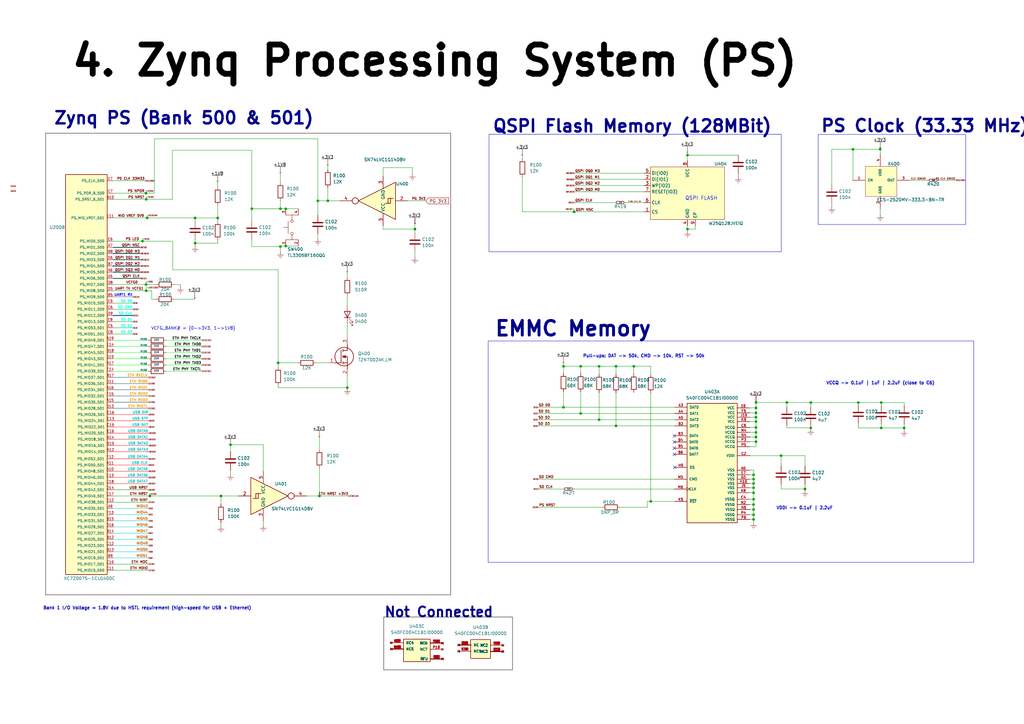
<source format=kicad_sch>
(kicad_sch (version 20230121) (generator eeschema)
  (paper "A3")
  (title_block (date "2023-12-30"))
  (junction (at 310.0578 179.2478))
  (junction (at 309.0672 213.0298))
  (junction (at 103.2764 85.598))
  (junction (at 130.3782 82.3722))
  (junction (at 309.0672 198.2978))
  (junction (at 370.84 175.514))
  (junction (at 352.044 165.1))
  (junction (at 281.9654 93.9546))
  (junction (at 61.468 203.4286))
  (junction (at 309.0672 208.9658))
  (junction (at 252.6538 150.241))
  (junction (at 310.0832 165.0746))
  (junction (at 309.0672 200.0758))
  (junction (at 60.4012 89.3826))
  (junction (at 310.0578 172.8978))
  (junction (at 310.0578 177.3428))
  (junction (at 117.221 100.8888))
  (junction (at 80.0354 99.7204))
  (junction (at 252.6538 174.6758))
  (junction (at 309.0672 206.9338))
  (junction (at 134.4676 82.3722))
  (junction (at 231.1146 167.0558))
  (junction (at 142.4432 158.9786))
  (junction (at 59.9694 81.7626))
  (junction (at 117.221 85.6488))
  (junction (at 94.5388 182.4228))
  (junction (at 59.8424 79.2226))
  (junction (at 320.3702 186.8678))
  (junction (at 238.1504 150.241))
  (junction (at 310.0578 169.3418))
  (junction (at 361.442 175.514))
  (junction (at 322.7324 165.0746))
  (junction (at 310.0578 175.3108))
  (junction (at 131.0132 203.4286))
  (junction (at 310.0578 181.1528))
  (junction (at 309.0672 204.7748))
  (junction (at 90.6272 203.4286))
  (junction (at 266.9032 205.6384))
  (junction (at 80.01 89.408))
  (junction (at 310.0578 171.1198))
  (junction (at 170.18 93.9546))
  (junction (at 349.8342 61.2394))
  (junction (at 89.281 89.408))
  (junction (at 310.0578 167.3098))
  (junction (at 115.0112 101.1174))
  (junction (at 332.5368 175.4886))
  (junction (at 330.1746 200.5584))
  (junction (at 59.9694 119.2276))
  (junction (at 114.0714 148.8186))
  (junction (at 361.0102 61.2394))
  (junction (at 231.1146 150.241))
  (junction (at 309.0672 196.5198))
  (junction (at 115.0112 85.598))
  (junction (at 59.9186 116.6876))
  (junction (at 58.4454 98.9076))
  (junction (at 281.9654 63.627))
  (junction (at 332.5368 165.1))
  (junction (at 309.0672 202.1078))
  (junction (at 235.4834 86.8934))
  (junction (at 245.7196 172.1358))
  (junction (at 309.0672 211.1248))
  (junction (at 238.1504 169.5958))
  (junction (at 361.442 165.1))
  (junction (at 245.7196 150.241))
  (junction (at 259.9436 150.241))
  (junction (at 309.0672 194.7418))
  (no_connect (at 276.5806 183.8198))
  (no_connect (at 276.7076 191.6938))
  (no_connect (at 276.5806 181.2798))
  (no_connect (at 276.5806 178.7398))
  (no_connect (at 276.5806 186.3598))
  (wire (pts (xy 220.8276 167.0558) (xy 231.1146 167.0558)))
  (wire (pts (xy 235.7628 76.0984) (xy 264.1854 76.0984)))
  (wire (pts (xy 307.5686 213.0298) (xy 309.0672 213.0298)))
  (bus (pts (xy 46.482 111.633) (xy 57.4548 111.633)))
  (wire (pts (xy 322.7324 165.0746) (xy 332.5368 165.0746)))
  (wire (pts (xy 252.6538 150.241) (xy 245.7196 150.241)))
  (wire (pts (xy 361.0102 60.6298) (xy 361.0102 61.2394)))
  (wire (pts (xy 307.5686 181.1528) (xy 310.0578 181.1528)))
  (wire (pts (xy 309.0672 206.9338) (xy 309.0672 208.9658)))
  (wire (pts (xy 332.5368 175.4886) (xy 332.5368 176.0474)))
  (wire (pts (xy 46.609 180.1876) (xy 60.833 180.1876)) (stroke (width 0) (color 255 0 0 1)))
  (wire (pts (xy 320.3702 200.5584) (xy 330.1746 200.5584)))
  (wire (pts (xy 59.9186 116.6876) (xy 63.9572 116.6876)))
  (bus (pts (xy 46.4312 101.4476) (xy 57.404 101.4476)))
  (wire (pts (xy 129.6924 148.8186) (xy 134.8232 148.8186)))
  (wire (pts (xy 89.281 89.408) (xy 89.281 90.8304)))
  (wire (pts (xy 71.5264 122.7074) (xy 79.8576 122.7074)))
  (wire (pts (xy 103.2764 61.6458) (xy 103.2764 85.598)))
  (wire (pts (xy 281.9654 63.627) (xy 281.9654 65.9384)))
  (wire (pts (xy 46.482 203.4286) (xy 61.468 203.4286)))
  (wire (pts (xy 107.9754 193.2686) (xy 107.9754 182.372)))
  (wire (pts (xy 131.0132 179.07) (xy 131.0132 184.3786)))
  (wire (pts (xy 46.482 223.7486) (xy 60.706 223.7486)) (stroke (width 0) (color 0 194 194 1)))
  (bus (pts (xy 46.3296 109.093) (xy 57.3024 109.093)))
  (wire (pts (xy 310.0578 179.2478) (xy 310.0578 181.1528)))
  (wire (pts (xy 46.609 170.0276) (xy 60.833 170.0276)) (stroke (width 0) (color 255 0 0 1)))
  (wire (pts (xy 68.326 139.5476) (xy 82.55 139.5476)) (stroke (width 0) (color 0 255 0 1)))
  (wire (pts (xy 310.0832 165.0746) (xy 310.0832 167.3098)))
  (wire (pts (xy 46.609 175.1076) (xy 60.833 175.1076)) (stroke (width 0) (color 255 0 0 1)))
  (wire (pts (xy 307.5686 208.9658) (xy 309.0672 208.9658)))
  (wire (pts (xy 330.1746 200.5584) (xy 330.1746 201.168)))
  (wire (pts (xy 220.98 196.5198) (xy 276.5806 196.5198)))
  (wire (pts (xy 46.482 218.6686) (xy 60.706 218.6686)) (stroke (width 0) (color 0 194 194 1)))
  (wire (pts (xy 157.1244 93.9546) (xy 170.18 93.9546)))
  (wire (pts (xy 332.5368 165.1) (xy 352.044 165.1)))
  (wire (pts (xy 309.0672 208.9658) (xy 309.0672 211.1248)))
  (wire (pts (xy 46.609 185.2676) (xy 60.833 185.2676)) (stroke (width 0) (color 255 0 0 1)))
  (wire (pts (xy 89.3064 99.695) (xy 89.3064 99.7204)))
  (bus (pts (xy 46.4566 106.5276) (xy 57.5564 106.5276)))
  (wire (pts (xy 46.482 195.8086) (xy 60.706 195.8086)) (stroke (width 0) (color 255 0 0 1)))
  (wire (pts (xy 46.482 139.5476) (xy 60.706 139.5476)) (stroke (width 0) (color 0 255 0 1)))
  (wire (pts (xy 59.9694 119.2276) (xy 62.2554 119.2276)))
  (wire (pts (xy 142.4432 158.9786) (xy 142.4432 159.4104)))
  (wire (pts (xy 103.2764 85.598) (xy 115.0112 85.598)))
  (wire (pts (xy 307.4416 194.7418) (xy 309.0672 194.7418)))
  (wire (pts (xy 46.482 154.7876) (xy 60.706 154.7876)) (stroke (width 0) (color 0 72 72 1)))
  (wire (pts (xy 46.482 144.6276) (xy 60.706 144.6276)) (stroke (width 0) (color 0 255 0 1)))
  (wire (pts (xy 157.1244 68.7324) (xy 169.1386 68.7324)))
  (wire (pts (xy 310.0578 177.3428) (xy 310.0578 179.2478)))
  (wire (pts (xy 142.4432 111.4552) (xy 142.4432 113.7412)))
  (wire (pts (xy 170.18 103.0986) (xy 170.18 105.5116)))
  (wire (pts (xy 68.326 152.2476) (xy 82.55 152.2476)) (stroke (width 0) (color 0 255 0 1)))
  (wire (pts (xy 46.482 124.3076) (xy 54.4068 124.3076)))
  (wire (pts (xy 70.7136 61.6458) (xy 103.2764 61.6458)))
  (wire (pts (xy 63.3476 56.9468) (xy 130.3782 56.9468)))
  (wire (pts (xy 361.0102 85.598) (xy 361.0102 88.0872)))
  (wire (pts (xy 361.442 165.1) (xy 361.442 166.2684)))
  (wire (pts (xy 235.7882 71.0184) (xy 264.1854 71.0184)))
  (wire (pts (xy 59.0042 98.0186) (xy 58.4454 98.0186)))
  (wire (pts (xy 115.0112 85.598) (xy 115.0112 85.6488)))
  (wire (pts (xy 131.0132 191.9986) (xy 131.0132 203.4286)))
  (wire (pts (xy 90.6272 203.4286) (xy 97.8154 203.4286)))
  (wire (pts (xy 62.2554 119.2276) (xy 62.2554 122.7074)))
  (wire (pts (xy 332.5368 165.1) (xy 332.5368 165.0746)))
  (wire (pts (xy 46.482 142.0876) (xy 60.706 142.0876)) (stroke (width 0) (color 0 255 0 1)))
  (wire (pts (xy 214.249 63.5762) (xy 214.249 65.0748)))
  (wire (pts (xy 46.609 182.7276) (xy 60.833 182.7276)) (stroke (width 0) (color 255 0 0 1)))
  (wire (pts (xy 80.01 99.7204) (xy 80.0354 99.7204)))
  (wire (pts (xy 310.0578 171.1198) (xy 310.0578 172.8978)))
  (wire (pts (xy 61.468 203.4286) (xy 90.6272 203.4286)))
  (wire (pts (xy 266.9032 205.6384) (xy 266.9032 205.6638)))
  (wire (pts (xy 46.482 152.2476) (xy 60.706 152.2476)) (stroke (width 0) (color 0 255 0 1)))
  (wire (pts (xy 310.0578 167.3098) (xy 310.0578 169.3418)))
  (wire (pts (xy 46.482 79.2226) (xy 59.8424 79.2226)))
  (wire (pts (xy 46.482 205.9686) (xy 60.706 205.9686)))
  (wire (pts (xy 115.0112 82.4484) (xy 115.0112 85.598)))
  (wire (pts (xy 59.8424 78.3082) (xy 59.8424 79.2226)))
  (wire (pts (xy 322.7324 174.5234) (xy 322.7324 175.4886)))
  (wire (pts (xy 58.4454 98.0186) (xy 58.4454 98.9076)))
  (wire (pts (xy 231.1146 148.6408) (xy 231.1146 150.241)))
  (wire (pts (xy 142.4432 153.8986) (xy 142.4432 158.9786)))
  (wire (pts (xy 46.482 131.9276) (xy 54.4068 131.9276)))
  (bus (pts (xy 46.4312 103.9876) (xy 57.404 103.9876)))
  (wire (pts (xy 265.557 205.6384) (xy 266.9032 205.6384)))
  (wire (pts (xy 169.1386 68.7324) (xy 169.1386 71.3486)))
  (wire (pts (xy 134.4676 77.1144) (xy 134.4676 82.3722)))
  (wire (pts (xy 60.4012 88.3158) (xy 60.4012 89.3826)))
  (wire (pts (xy 46.482 106.5276) (xy 57.5564 106.5276)))
  (wire (pts (xy 46.482 147.1676) (xy 60.706 147.1676)) (stroke (width 0) (color 0 255 0 1)))
  (wire (pts (xy 307.4416 167.3098) (xy 310.0578 167.3098)))
  (wire (pts (xy 59.9694 80.8228) (xy 59.9694 81.7626)))
  (wire (pts (xy 60.8584 117.9576) (xy 59.9694 117.9576)))
  (wire (pts (xy 310.0578 169.3418) (xy 310.0578 171.1198)))
  (wire (pts (xy 281.9654 93.9546) (xy 281.9654 94.7928)))
  (wire (pts (xy 370.84 173.99) (xy 370.84 175.514)))
  (wire (pts (xy 307.4416 202.1078) (xy 309.0672 202.1078)))
  (wire (pts (xy 234.8738 85.7758) (xy 235.4834 85.7758)))
  (wire (pts (xy 231.1146 150.241) (xy 231.1146 153.1112)))
  (wire (pts (xy 46.482 111.6076) (xy 57.4294 111.6076)))
  (wire (pts (xy 320.3702 186.8678) (xy 320.3702 191.0588)))
  (wire (pts (xy 330.1746 198.7804) (xy 330.1746 200.5584)))
  (wire (pts (xy 307.4416 211.1248) (xy 309.0672 211.1248)))
  (wire (pts (xy 254.4572 208.0514) (xy 265.557 208.0514)))
  (wire (pts (xy 71.5772 116.6876) (xy 73.9902 116.6876)))
  (wire (pts (xy 252.6538 174.6758) (xy 276.7076 174.6758)))
  (wire (pts (xy 46.482 228.8286) (xy 60.706 228.8286)) (stroke (width 0) (color 0 194 194 1)))
  (wire (pts (xy 60.5282 80.8228) (xy 59.9694 80.8228)))
  (wire (pts (xy 46.482 149.7076) (xy 60.706 149.7076)) (stroke (width 0) (color 0 255 0 1)))
  (wire (pts (xy 80.0354 99.7204) (xy 80.0354 101.0158)))
  (wire (pts (xy 157.1244 92.5322) (xy 157.1244 93.9546)))
  (wire (pts (xy 60.2742 78.3082) (xy 59.8424 78.3082)))
  (wire (pts (xy 256.7686 83.0834) (xy 264.1854 83.0834)))
  (wire (pts (xy 307.5686 172.8978) (xy 310.0578 172.8978)))
  (wire (pts (xy 235.8136 83.0834) (xy 252.0696 83.0834)))
  (wire (pts (xy 352.044 165.1) (xy 352.044 166.1414)))
  (wire (pts (xy 259.9436 150.241) (xy 252.6538 150.241)))
  (wire (pts (xy 68.326 149.7076) (xy 82.55 149.7076)) (stroke (width 0) (color 0 255 0 1)))
  (wire (pts (xy 62.2554 122.7074) (xy 63.9064 122.7074)))
  (wire (pts (xy 221.0308 208.0514) (xy 246.8372 208.0514)))
  (wire (pts (xy 134.4676 67.691) (xy 134.4676 69.4944)))
  (wire (pts (xy 46.482 157.3276) (xy 60.706 157.3276)) (stroke (width 0) (color 0 72 72 1)))
  (wire (pts (xy 46.482 213.5886) (xy 60.706 213.5886)) (stroke (width 0) (color 0 194 194 1)))
  (wire (pts (xy 46.482 193.2686) (xy 60.706 193.2686)) (stroke (width 0) (color 255 0 0 1)))
  (wire (pts (xy 349.8342 61.2394) (xy 349.8342 73.914)))
  (wire (pts (xy 46.482 74.1426) (xy 59.3852 74.1426)))
  (wire (pts (xy 142.4432 121.3612) (xy 142.4432 125.1712)))
  (wire (pts (xy 46.609 177.6476) (xy 60.833 177.6476)) (stroke (width 0) (color 255 0 0 1)))
  (wire (pts (xy 285.1404 92.6084) (xy 285.1404 93.9546)))
  (wire (pts (xy 103.2764 101.1174) (xy 115.0112 101.1174)))
  (wire (pts (xy 68.326 142.0876) (xy 82.55 142.0876)) (stroke (width 0) (color 0 255 0 1)))
  (wire (pts (xy 115.0112 101.1174) (xy 115.0112 103.3272)))
  (wire (pts (xy 46.482 81.7626) (xy 59.9694 81.7626)))
  (wire (pts (xy 310.0578 175.3108) (xy 310.0578 177.3428)))
  (wire (pts (xy 235.4834 85.7758) (xy 235.4834 86.8934)))
  (wire (pts (xy 245.7196 161.0614) (xy 245.7196 172.1358)))
  (wire (pts (xy 361.0102 61.2394) (xy 361.0102 63.119)))
  (wire (pts (xy 266.9032 150.241) (xy 259.9436 150.241)))
  (wire (pts (xy 361.442 175.514) (xy 370.84 175.514)))
  (wire (pts (xy 70.7136 81.7626) (xy 70.7136 61.6458)))
  (wire (pts (xy 117.221 100.8888) (xy 115.0112 100.8888)))
  (wire (pts (xy 307.5686 183.1848) (xy 310.0578 183.1848)))
  (wire (pts (xy 79.8576 122.1232) (xy 79.8576 122.7074)))
  (wire (pts (xy 46.482 109.0676) (xy 57.4294 109.0676)))
  (wire (pts (xy 46.482 101.4476) (xy 57.4294 101.4476)))
  (wire (pts (xy 307.5686 169.3418) (xy 310.0578 169.3418)))
  (wire (pts (xy 46.482 211.0486) (xy 60.706 211.0486)) (stroke (width 0) (color 0 194 194 1)))
  (wire (pts (xy 46.482 162.4076) (xy 60.706 162.4076)) (stroke (width 0) (color 0 72 72 1)))
  (wire (pts (xy 385.1402 73.914) (xy 391.8458 73.914)))
  (wire (pts (xy 60.6298 115.5192) (xy 59.9186 115.5192)))
  (wire (pts (xy 235.7628 78.6384) (xy 264.1854 78.6384)))
  (wire (pts (xy 59.9694 117.9576) (xy 59.9694 119.2276)))
  (wire (pts (xy 373.0752 73.914) (xy 380.4412 73.914)))
  (wire (pts (xy 307.4416 204.7748) (xy 309.0672 204.7748)))
  (wire (pts (xy 245.7196 150.241) (xy 238.1504 150.241)))
  (wire (pts (xy 46.482 167.4876) (xy 60.706 167.4876)) (stroke (width 0) (color 0 72 72 1)))
  (wire (pts (xy 117.221 85.6488) (xy 115.0112 85.6488)))
  (wire (pts (xy 103.2764 98.171) (xy 103.2764 101.1174)))
  (wire (pts (xy 221.0562 200.5838) (xy 230.8606 200.5838)))
  (wire (pts (xy 107.9754 182.372) (xy 94.5388 182.372)))
  (wire (pts (xy 349.8342 61.2394) (xy 361.0102 61.2394)))
  (wire (pts (xy 60.7314 88.3158) (xy 60.4012 88.3158)))
  (wire (pts (xy 352.044 175.514) (xy 361.442 175.514)))
  (wire (pts (xy 46.482 221.2086) (xy 60.706 221.2086)) (stroke (width 0) (color 0 194 194 1)))
  (wire (pts (xy 89.281 74.3712) (xy 89.281 76.6826)))
  (wire (pts (xy 266.9032 153.543) (xy 266.9032 150.241)))
  (wire (pts (xy 70.866 110.6932) (xy 114.0714 110.6932)))
  (wire (pts (xy 307.4416 192.8368) (xy 309.0672 192.8368)))
  (wire (pts (xy 46.482 164.9476) (xy 60.706 164.9476)) (stroke (width 0) (color 0 72 72 1)))
  (wire (pts (xy 46.482 190.7286) (xy 60.706 190.7286)) (stroke (width 0) (color 255 0 0 1)))
  (wire (pts (xy 46.482 114.1476) (xy 57.4294 114.1476)))
  (wire (pts (xy 266.9032 205.6638) (xy 276.7076 205.6638)))
  (wire (pts (xy 309.0672 211.1248) (xy 309.0672 213.0298)))
  (wire (pts (xy 46.482 208.5086) (xy 60.706 208.5086)) (stroke (width 0) (color 0 194 194 1)))
  (wire (pts (xy 46.482 119.2276) (xy 59.9694 119.2276)))
  (wire (pts (xy 80.01 89.408) (xy 80.01 89.3826)))
  (wire (pts (xy 352.044 173.7614) (xy 352.044 175.514)))
  (wire (pts (xy 114.0714 158.1912) (xy 114.0714 158.9786)))
  (wire (pts (xy 307.5686 177.3428) (xy 310.0578 177.3428)))
  (wire (pts (xy 309.0672 192.8368) (xy 309.0672 194.7418)))
  (wire (pts (xy 46.482 126.8476) (xy 54.4068 126.8476)))
  (wire (pts (xy 122.301 85.6488) (xy 117.221 85.6488)))
  (wire (pts (xy 322.7324 165.0746) (xy 322.7324 166.9034)))
  (wire (pts (xy 214.249 86.8934) (xy 235.4834 86.8934)))
  (wire (pts (xy 103.2764 85.598) (xy 103.2764 90.551)))
  (wire (pts (xy 238.1504 150.241) (xy 231.1146 150.241)))
  (wire (pts (xy 68.326 147.1676) (xy 82.55 147.1676)) (stroke (width 0) (color 0 255 0 1)))
  (wire (pts (xy 122.301 100.8888) (xy 117.221 100.8888)))
  (wire (pts (xy 80.01 89.408) (xy 89.281 89.408)))
  (wire (pts (xy 46.482 231.3686) (xy 60.706 231.3686)))
  (wire (pts (xy 114.0714 148.8186) (xy 114.0714 150.5712)))
  (wire (pts (xy 46.482 103.9876) (xy 57.4294 103.9876)))
  (wire (pts (xy 46.482 159.8676) (xy 60.706 159.8676)) (stroke (width 0) (color 0 72 72 1)))
  (wire (pts (xy 231.1146 160.7312) (xy 231.1146 167.0558)))
  (wire (pts (xy 73.9902 116.6876) (xy 73.9902 117.7036)))
  (wire (pts (xy 61.468 202.6158) (xy 61.468 203.4286)))
  (wire (pts (xy 307.5686 186.8678) (xy 320.3702 186.8678)))
  (bus (pts (xy 46.4312 114.173) (xy 57.404 114.173)))
  (wire (pts (xy 252.6538 150.241) (xy 252.6538 153.543)))
  (wire (pts (xy 46.482 116.6876) (xy 59.9186 116.6876)))
  (wire (pts (xy 89.281 84.3026) (xy 89.281 89.408)))
  (wire (pts (xy 167.2844 82.3722) (xy 174.625 82.3722)))
  (wire (pts (xy 59.9186 115.5192) (xy 59.9186 116.6876)))
  (wire (pts (xy 46.482 226.2886) (xy 60.706 226.2886)) (stroke (width 0) (color 0 194 194 1)))
  (wire (pts (xy 245.7196 150.241) (xy 245.7196 153.4414)))
  (wire (pts (xy 310.0832 165.0746) (xy 322.7324 165.0746)))
  (wire (pts (xy 352.044 165.1) (xy 361.442 165.1)))
  (wire (pts (xy 94.5388 182.4228) (xy 94.5388 185.2168)))
  (wire (pts (xy 309.0672 198.2978) (xy 309.0672 200.0758)))
  (wire (pts (xy 252.6538 161.163) (xy 252.6538 174.6758)))
  (wire (pts (xy 115.0112 70.7898) (xy 115.0112 74.8284)))
  (wire (pts (xy 370.84 165.1) (xy 370.84 166.37)))
  (wire (pts (xy 309.0672 196.5198) (xy 309.0672 198.2978)))
  (wire (pts (xy 309.0672 213.0298) (xy 309.0672 214.2744)))
  (wire (pts (xy 80.0354 99.7204) (xy 89.3064 99.7204)))
  (wire (pts (xy 341.1728 83.3882) (xy 341.1728 84.8614)))
  (wire (pts (xy 94.5388 182.372) (xy 94.5388 182.4228)))
  (wire (pts (xy 231.1146 167.0558) (xy 276.7076 167.0558)))
  (wire (pts (xy 114.0714 110.6932) (xy 114.0714 148.8186)))
  (wire (pts (xy 259.9436 150.241) (xy 259.9436 153.3652)))
  (wire (pts (xy 131.0132 203.4286) (xy 142.8496 203.4286)))
  (wire (pts (xy 361.442 173.8884) (xy 361.442 175.514)))
  (wire (pts (xy 309.0672 200.0758) (xy 309.0672 202.1078)))
  (wire (pts (xy 265.557 205.6384) (xy 265.557 208.0514)))
  (wire (pts (xy 114.0714 158.9786) (xy 142.4432 158.9786)))
  (wire (pts (xy 320.3702 198.6788) (xy 320.3702 200.5584)))
  (wire (pts (xy 90.6272 203.4286) (xy 90.6272 206.7306)))
  (wire (pts (xy 332.5368 167.005) (xy 332.5368 165.1)))
  (wire (pts (xy 107.9754 213.5886) (xy 107.9754 215.4428)))
  (wire (pts (xy 59.8424 79.2226) (xy 63.3476 79.2226)))
  (wire (pts (xy 309.0672 204.7748) (xy 309.0672 206.9338)))
  (wire (pts (xy 285.1404 93.9546) (xy 281.9654 93.9546)))
  (wire (pts (xy 310.0578 172.8978) (xy 310.0578 175.3108)))
  (wire (pts (xy 59.9694 81.7626) (xy 70.7136 81.7626)))
  (wire (pts (xy 235.4834 86.8934) (xy 264.1854 86.8934)))
  (wire (pts (xy 80.01 98.3234) (xy 80.01 99.7204)))
  (wire (pts (xy 46.482 129.3876) (xy 54.4068 129.3876)))
  (wire (pts (xy 220.6752 174.6758) (xy 252.6538 174.6758)))
  (wire (pts (xy 130.3782 56.9468) (xy 130.3782 82.3722)))
  (wire (pts (xy 238.1504 150.241) (xy 238.1504 153.1874)))
  (wire (pts (xy 220.7768 169.5958) (xy 238.1504 169.5958)))
  (wire (pts (xy 235.7628 73.5584) (xy 264.1854 73.5584)))
  (wire (pts (xy 245.7196 172.1358) (xy 276.7076 172.1358)))
  (wire (pts (xy 322.7324 175.4886) (xy 332.5368 175.4886)))
  (wire (pts (xy 238.1504 160.8074) (xy 238.1504 169.5958)))
  (wire (pts (xy 332.5368 174.625) (xy 332.5368 175.4886)))
  (wire (pts (xy 125.7554 203.4286) (xy 131.0132 203.4286)))
  (wire (pts (xy 235.5596 200.5838) (xy 276.5806 200.5838)))
  (wire (pts (xy 122.0724 148.8186) (xy 114.0714 148.8186)))
  (wire (pts (xy 307.4416 196.5198) (xy 309.0672 196.5198)))
  (wire (pts (xy 281.9654 92.6084) (xy 281.9654 93.9546)))
  (wire (pts (xy 46.482 188.1886) (xy 60.706 188.1886)) (stroke (width 0) (color 255 0 0 1)))
  (wire (pts (xy 46.482 137.0076) (xy 54.4068 137.0076)))
  (wire (pts (xy 170.18 93.9546) (xy 170.18 95.4786)))
  (wire (pts (xy 134.4676 82.3722) (xy 139.3444 82.3722)))
  (wire (pts (xy 310.0578 181.1528) (xy 310.0578 183.1848)))
  (wire (pts (xy 46.482 98.9076) (xy 58.4454 98.9076)))
  (wire (pts (xy 90.6272 214.3506) (xy 90.6272 215.7984)))
  (wire (pts (xy 130.3782 88.265) (xy 130.3782 82.3722)))
  (wire (pts (xy 320.3702 186.8678) (xy 330.1746 186.8678)))
  (wire (pts (xy 70.866 98.9076) (xy 70.866 110.6932)))
  (wire (pts (xy 46.482 134.4676) (xy 54.4068 134.4676)))
  (wire (pts (xy 46.482 89.3826) (xy 60.4012 89.3826)))
  (wire (pts (xy 89.3064 99.695) (xy 89.281 99.695)))
  (wire (pts (xy 142.4432 132.7912) (xy 142.4432 138.6586)))
  (wire (pts (xy 170.18 91.567) (xy 170.18 93.9546)))
  (wire (pts (xy 115.0112 100.8888) (xy 115.0112 101.1174)))
  (wire (pts (xy 307.4416 198.2978) (xy 309.0672 198.2978)))
  (wire (pts (xy 130.3782 95.885) (xy 130.3782 97.9424)))
  (wire (pts (xy 37.2364 175.6664) (xy 37.1856 175.6664)))
  (wire (pts (xy 220.726 172.1358) (xy 245.7196 172.1358)))
  (wire (pts (xy 60.4012 89.3826) (xy 80.01 89.3826)))
  (wire (pts (xy 58.4454 98.9076) (xy 70.866 98.9076)))
  (wire (pts (xy 307.5686 171.1198) (xy 310.0578 171.1198)))
  (wire (pts (xy 307.5686 179.2478) (xy 310.0578 179.2478)))
  (wire (pts (xy 309.0672 194.7418) (xy 309.0672 196.5198)))
  (wire (pts (xy 307.4416 200.0758) (xy 309.0672 200.0758)))
  (bus (pts (xy 46.4312 129.3876) (xy 54.4322 129.3876)))
  (wire (pts (xy 63.3476 79.2226) (xy 63.3476 56.9468)))
  (wire (pts (xy 330.1746 186.8678) (xy 330.1746 191.1604)))
  (wire (pts (xy 46.482 198.3486) (xy 60.706 198.3486)) (stroke (width 0) (color 255 0 0 1)))
  (wire (pts (xy 46.482 121.7676) (xy 54.4068 121.7676)) (stroke (width 0) (color 72 72 72 1)))
  (wire (pts (xy 281.9654 63.627) (xy 302.768 63.627)))
  (wire (pts (xy 94.5388 192.8368) (xy 94.5388 194.5386)))
  (wire (pts (xy 310.0832 164.6682) (xy 310.0832 165.0746)))
  (wire (pts (xy 130.3782 82.3722) (xy 134.4676 82.3722)))
  (wire (pts (xy 68.326 144.6276) (xy 82.55 144.6276)) (stroke (width 0) (color 0 255 0 1)))
  (wire (pts (xy 157.1244 72.2122) (xy 157.1244 68.7324)))
  (wire (pts (xy 266.9032 161.163) (xy 266.9032 205.6384)))
  (wire (pts (xy 281.9654 62.3824) (xy 281.9654 63.627)))
  (wire (pts (xy 80.01 90.7034) (xy 80.01 89.408)))
  (wire (pts (xy 341.1728 75.7682) (xy 341.1728 61.2394)))
  (wire (pts (xy 214.249 72.6948) (xy 214.249 86.8934)))
  (wire (pts (xy 341.1728 61.2394) (xy 349.8342 61.2394)))
  (wire (pts (xy 307.5686 175.3108) (xy 310.0578 175.3108)))
  (wire (pts (xy 302.768 71.247) (xy 302.768 72.517)))
  (wire (pts (xy 46.482 216.1286) (xy 60.706 216.1286)) (stroke (width 0) (color 0 194 194 1)))
  (wire (pts (xy 46.482 200.8886) (xy 60.706 200.8886)))
  (wire (pts (xy 307.4416 206.9338) (xy 309.0672 206.9338)))
  (wire (pts (xy 89.281 99.695) (xy 89.281 98.4504)))
  (wire (pts (xy 309.0672 202.1078) (xy 309.0672 204.7748)))
  (wire (pts (xy 361.442 165.1) (xy 370.84 165.1)))
  (wire (pts (xy 370.84 175.514) (xy 370.84 176.5046)))
  (wire (pts (xy 310.0832 167.3098) (xy 310.0578 167.3098)))
  (wire (pts (xy 238.1504 169.5958) (xy 276.7076 169.5958)))
  (wire (pts (xy 46.609 172.5676) (xy 60.833 172.5676)) (stroke (width 0) (color 255 0 0 1)))
  (wire (pts (xy 46.482 233.9086) (xy 60.706 233.9086)))
  (rectangle (start 335.5594 55.1434) (end 396.0622 92.075))
  (rectangle (start 157.3784 253.0602) (end 210.2104 274.7518) (stroke (width 0) (color 0 0 0 1)))
  (rectangle (start 18.7198 54.61) (end 184.8358 243.9924) (stroke (width 0) (color 0 0 0 1)))
  (rectangle (start 200.5584 55.0418) (end 320.3956 103.251))
  (rectangle (start 200.2028 139.8524) (end 399.3896 230.6574))
  (text "Not Connected" (at 157.3784 253.5428 0) (effects (font (size 4 4) bold) (justify left bottom)))
  (text "PS Clock (33.33 MHz)" (at 336.3468 54.7116 0) (effects (font (size 5 5) (thickness 1) bold) (justify left bottom)))
  (text "VCFG_BANK# = {0->3V3, 1->1V8}" (at 61.9252 135.5344 0) (effects (font (size 1.27 1.27)) (justify left bottom)))
  (text "Zynq PS (Bank 500 & 501)" (at 21.7932 51.5112 0) (effects (font (size 5 5) (thickness 1) bold) (justify left bottom)))
  (text "4. Zynq Processing System (PS)" (at 28.448 32.1056 0) (effects (font (size 12 12) (thickness 2.4) bold) (justify left bottom)))
  (text "VDDI -> 0.1uF | 2.2uF" (at 318.3636 209.1944 0) (effects (font (size 1.27 1.27) (thickness 0.254) bold) (justify left bottom)))
  (text "QSPI Flash Memory (128MBit)" (at 201.7522 54.8386 0) (effects (font (size 5 5) (thickness 1) bold) (justify left bottom)))
  (text "EMMC Memory" (at 202.565 138.4808 0) (effects (font (size 6 6) (thickness 1.2) bold) (justify left bottom)))
  (text "Pull-ups: DAT -> 50k, CMD -> 10k, RST -> 50k" (at 239.0394 146.8628 0) (effects (font (size 1.27 1.27) (thickness 0.254) bold) (justify left bottom)))
  (text "VCCQ -> 0.1uF | 1uF | 2.2uF (close to C6)" (at 338.8106 157.9626 0) (effects (font (size 1.27 1.27) (thickness 0.254) bold) (justify left bottom)))
  (text "Bank 1 I/O Voltage = 1.8V due to HSTL requirement (high-speed for USB + Ethernet)" (at 17.653 250.2408 0) (effects (font (size 1.27 1.27) (thickness 0.254) bold) (justify left bottom)))
  (label "ETH PHY TXD2" (at 82.55 147.1676 180) (effects (font (size 1 1) bold)))
  (label "SD D1" (at 220.7768 169.5958 0) (effects (font (size 1 1) bold)))
  (label "SD CLK" (at 54.4068 129.3876 180) (effects (font (size 1 1) bold)))
  (label "ETH RXCTL" (at 60.706 167.4876 180) (effects (font (size 1 1) bold)))
  (label "ETH PHY TXCLK" (at 82.55 139.5476 180) (effects (font (size 1 1) bold)))
  (label "PS CLK 33M33" (at 59.3852 74.1426 180) (effects (font (size 1 1) bold)))
  (label "USB STP" (at 60.833 172.5676 180) (effects (font (size 1 1) bold)))
  (label "SD CMD" (at 54.4068 126.8476 180) (effects (font (size 1 1) bold)))
  (label "ETH PHY TXCTL" (at 82.55 152.2476 180) (effects (font (size 1 1) bold)))
  (label "MIO44" (at 60.706 211.0486 180) (effects (font (size 1 1) bold)))
  (label "VCFG0" (at 56.5658 116.6876 180) (effects (font (size 1 1) bold)))
  (label "PS LED" (at 57.15 98.9076 180) (effects (font (size 1 1) bold)))
  (label "USB DATA3" (at 60.833 185.2676 180) (effects (font (size 1 1) bold)))
  (label "ETH PHY TXD1" (at 82.55 144.6276 180) (effects (font (size 1 1) bold)))
  (label "SD D2" (at 220.726 172.1358 0) (effects (font (size 1 1) bold)))
  (label "CLK 33M33" (at 373.5832 73.914 0) (effects (font (size 0.7 0.7) bold)))
  (label "ETH RXD0" (at 60.706 157.3276 180) (effects (font (size 1 1) bold)))
  (label "QSPI DQ3 M0" (at 57.4294 111.6076 180) (effects (font (size 1 1) bold)))
  (label "USB DATA5" (at 60.706 193.2686 180) (effects (font (size 1 1) bold)))
  (label "SD D3" (at 220.6752 174.6758 0) (effects (font (size 1 1) bold)))
  (label "QSPI NSC" (at 57.4294 101.4476 180) (effects (font (size 1 1) bold)))
  (label "MIO48" (at 60.706 221.2086 180) (effects (font (size 1 1) bold)))
  (label "ETH RXD3" (at 60.706 164.9476 180) (effects (font (size 1 1) bold)))
  (label "PS NRST" (at 59.2328 81.7626 180) (effects (font (size 1 1) bold)))
  (label "QSPI NSC" (at 236.0168 86.8934 0) (effects (font (size 1 1) bold)))
  (label "QSPI CLK" (at 235.8136 83.0834 0) (effects (font (size 1 1) bold)))
  (label "QSPI DQ2 M2" (at 57.4294 109.0676 180) (effects (font (size 1 1) bold)))
  (label "ETH NRST +3V3" (at 142.8496 203.4286 180) (effects (font (size 1 1) bold)))
  (label "ETH RXD2" (at 60.706 162.4076 180) (effects (font (size 1 1) bold)))
  (label "ETH PHY TXD0" (at 82.55 142.0876 180) (effects (font (size 1 1) bold)))
  (label "USB DATA2" (at 60.833 182.7276 180) (effects (font (size 1 1) bold)))
  (label "ETH NINT" (at 60.706 205.9686 180) (effects (font (size 1 1) bold)))
  (label "QSPI DQ1 M1" (at 235.7628 73.5584 0) (effects (font (size 1 1) bold)))
  (label "SD D2" (at 54.4068 134.4676 180) (effects (font (size 1 1) bold)))
  (label "SD CMD" (at 220.98 196.5198 0) (effects (font (size 1 1) bold)))
  (label "USB NRST" (at 60.706 200.8886 180) (effects (font (size 1 1) bold)))
  (label "ETH RXD1" (at 60.706 159.8676 180) (effects (font (size 1 1) bold)))
  (label "SD D1" (at 54.4068 131.9276 180) (effects (font (size 1 1) bold)))
  (label "SD CLK" (at 221.0562 200.5838 0) (effects (font (size 1 1) bold)))
  (label "ETH RXCLK" (at 60.706 154.7876 180) (effects (font (size 1 1) bold)))
  (label "USB DATA7" (at 60.706 198.3486 180) (effects (font (size 1 1) bold)))
  (label "ETH MDIO" (at 60.706 233.9086 180) (effects (font (size 1 1) bold)))
  (label "SD D3" (at 54.4068 137.0076 180) (effects (font (size 1 1) bold)))
  (label "UART TX VCFG1" (at 58.9788 119.2276 180) (effects (font (size 1 1) bold)))
  (label "FLASH CLK M4" (at 257.4544 83.0834 0) (effects (font (size 0.5 0.5) bold)))
  (label "MIO49" (at 60.706 223.7486 180) (effects (font (size 1 1) bold)))
  (label "QSPI DQ3 M0" (at 235.7628 78.6384 0) (effects (font (size 1 1) bold)))
  (label "USB NXT" (at 60.833 175.1076 180) (effects (font (size 1 1) bold)))
  (label "MIO51" (at 60.706 228.8286 180) (effects (font (size 1 1) bold)))
  (label "QSPI DQ0 M3" (at 235.7882 71.0184 0) (effects (font (size 1 1) bold)))
  (label "USB DATA1" (at 60.833 180.1876 180) (effects (font (size 1 1) bold)))
  (label "MIO45" (at 60.706 213.5886 180) (effects (font (size 1 1) bold)))
  (label "USB DIR" (at 60.833 170.0276 180) (effects (font (size 1 1) bold)))
  (label "USB CLK" (at 60.706 190.7286 180) (effects (font (size 1 1) bold)))
  (label "UART1 RX" (at 54.4068 121.7676 180) (effects (font (size 1 1) bold)))
  (label "ETH PHY TXD3" (at 82.55 149.7076 180) (effects (font (size 1 1) bold)))
  (label "PG 3V3" (at 174.625 82.3722 180) (effects (font (size 1 1) bold)))
  (label "PS NRST" (at 221.0308 208.0514 0) (effects (font (size 1 1) bold)))
  (label "USB DATA0" (at 60.833 177.6476 180) (effects (font (size 1 1) bold)))
  (label "SD D0" (at 54.4068 124.3076 180) (effects (font (size 1 1) bold)))
  (label "QSPI DQ1 M1" (at 57.5564 106.5276 180) (effects (font (size 1 1) bold)))
  (label "PS CLK 33M33" (at 391.8458 73.914 180) (effects (font (size 0.7 0.7) bold)))
  (label "USB DATA6" (at 60.706 195.8086 180) (effects (font (size 1 1) bold)))
  (label "MIO47" (at 60.706 218.6686 180) (effects (font (size 1 1) bold)))
  (label "MIO VREF 0V9" (at 59.1312 89.3826 180) (effects (font (size 1 1) bold)))
  (label "SD D0" (at 220.8276 167.0558 0) (effects (font (size 1 1) bold)))
  (label "MIO50" (at 60.706 226.2886 180) (effects (font (size 1 1) bold)))
  (label "QSPI CLK" (at 57.4294 114.1476 180) (effects (font (size 1 1) bold)))
  (label "QSPI DQ0 M3" (at 57.4294 103.9876 180) (effects (font (size 1 1) bold)))
  (label "MIO46" (at 60.706 216.1286 180) (effects (font (size 1 1) bold)))
  (label "USB DATA4" (at 60.706 188.1886 180) (effects (font (size 1 1) bold)))
  (label "PS NPOR" (at 59.3344 79.2226 180) (effects (font (size 1 1) bold)))
  (label "ETH NRST" (at 60.6806 203.4286 180) (effects (font (size 1 1) bold)))
  (label "MIO43" (at 60.706 208.5086 180) (effects (font (size 1 1) bold)))
  (label "ETH MDC" (at 60.706 231.3686 180) (effects (font (size 1 1) bold)))
  (label "QSPI DQ2 M2" (at 235.7628 76.0984 0) (effects (font (size 1 1) bold)))
  (global_label "ETH RXD2" (shape input) (at 60.706 162.4076 0) (effects (font (size 0.3 0.3))) (property "Intersheetrefs" "${INTERSHEET_REFS}" (effects hide)))
  (global_label "QSPI DQ1M1" (shape input) (at 235.7882 73.5584 180) (effects (font (size 0.3 0.3))) (property "Intersheetrefs" "${INTERSHEET_REFS}" (effects hide)))
  (global_label "QSPI DQ3 M0" (shape input) (at 235.7628 78.6384 180) (effects (font (size 0.3 0.3))) (property "Intersheetrefs" "${INTERSHEET_REFS}" (effects hide)))
  (global_label "SD D1" (shape input) (at 54.3814 131.9276 0) (effects (font (size 0.3 0.3))) (property "Intersheetrefs" "${INTERSHEET_REFS}" (effects hide)))
  (global_label "SD D3" (shape input) (at 54.3814 137.0076 0) (effects (font (size 0.3 0.3))) (property "Intersheetrefs" "${INTERSHEET_REFS}" (effects hide)))
  (global_label "QSPI CLK" (shape input) (at 57.404 114.173 0) (effects (font (size 0.3 0.3))) (property "Intersheetrefs" "${INTERSHEET_REFS}" (effects hide)))
  (global_label "ETH NINT" (shape input) (at 60.706 205.9686 0) (effects (font (size 0.3 0.3))) (property "Intersheetrefs" "${INTERSHEET_REFS}" (effects hide)))
  (global_label "ETH PHY TXD3" (shape input) (at 82.5246 149.7076 0) (effects (font (size 0.3 0.3))) (property "Intersheetrefs" "${INTERSHEET_REFS}" (effects hide)))
  (global_label "ETH NRST +3V3" (shape input) (at 142.7988 203.4286 0) (effects (font (size 0.3 0.3))) (property "Intersheetrefs" "${INTERSHEET_REFS}" (effects hide)))
  (global_label "QSPI DQ1 M1" (shape input) (at 57.531 106.5276 0) (effects (font (size 0.3 0.3))) (property "Intersheetrefs" "${INTERSHEET_REFS}" (effects hide)))
  (global_label "SD CMD" (shape input) (at 54.4068 126.8476 0) (effects (font (size 0.3 0.3))) (property "Intersheetrefs" "${INTERSHEET_REFS}" (effects hide)))
  (global_label "SD D3" (shape input) (at 220.7006 174.6758 180) (effects (font (size 0.3 0.3))) (property "Intersheetrefs" "${INTERSHEET_REFS}" (effects hide)))
  (global_label "PWR EN" (shape input) (at 4.191 78.3844 0) (effects (font (size 0.3 0.3))) (property "Intersheetrefs" "${INTERSHEET_REFS}" (effects hide)))
  (global_label "ETH PHY TXD1" (shape input) (at 82.5246 144.6276 0) (effects (font (size 0.3 0.3))) (property "Intersheetrefs" "${INTERSHEET_REFS}" (effects hide)))
  (global_label "SD D2" (shape input) (at 220.7514 172.1358 180) (effects (font (size 0.3 0.3))) (property "Intersheetrefs" "${INTERSHEET_REFS}" (effects hide)))
  (global_label "MIO50" (shape input) (at 60.706 226.2886 0) (effects (font (size 0.3 0.3))) (property "Intersheetrefs" "${INTERSHEET_REFS}" (effects hide)))
  (global_label "PG 3V3" (shape input) (at 174.625 82.3722 0) (property "Intersheetrefs" "${INTERSHEET_REFS}" (effects hide)))
  (global_label "MIO VREF 0V9" (shape input) (at 60.7314 88.3158 0) (effects (font (size 0.3 0.3))) (property "Intersheetrefs" "${INTERSHEET_REFS}" (effects hide)))
  (global_label "USB STP" (shape input) (at 60.833 172.5676 0) (effects (font (size 0.3 0.3))) (property "Intersheetrefs" "${INTERSHEET_REFS}" (effects hide)))
  (global_label "ETH PHY TXD2" (shape input) (at 82.5246 147.1676 0) (effects (font (size 0.3 0.3))) (property "Intersheetrefs" "${INTERSHEET_REFS}" (effects hide)))
  (global_label "USB DATA5" (shape input) (at 60.6806 193.2686 0) (effects (font (size 0.3 0.3))) (property "Intersheetrefs" "${INTERSHEET_REFS}" (effects hide)))
  (global_label "USB DATA2" (shape input) (at 60.833 182.7276 0) (effects (font (size 0.3 0.3))) (property "Intersheetrefs" "${INTERSHEET_REFS}" (effects hide)))
  (global_label "MIO 50" (shape input) (at -7.3914 145.5928 180) (effects (font (size 0.3 0.3))) (property "Intersheetrefs" "${INTERSHEET_REFS}" (effects hide)))
  (global_label "ETH MDIO" (shape input) (at 60.706 233.9086 0) (effects (font (size 0.3 0.3))) (property "Intersheetrefs" "${INTERSHEET_REFS}" (effects hide)))
  (global_label "USB DATA4" (shape input) (at 60.6552 188.1886 0) (effects (font (size 0.3 0.3))) (property "Intersheetrefs" "${INTERSHEET_REFS}" (effects hide)))
  (global_label "QSPI NSC" (shape input) (at 234.8738 85.7758 180) (effects (font (size 0.3 0.3))) (property "Intersheetrefs" "${INTERSHEET_REFS}" (effects hide)))
  (global_label "PS LED" (shape input) (at 59.0042 98.0186 0) (effects (font (size 0.3 0.3))) (property "Intersheetrefs" "${INTERSHEET_REFS}" (effects hide)))
  (global_label "PS CLK 33M33" (shape input) (at 391.8458 73.914 0) (effects (font (size 0.3 0.3))) (property "Intersheetrefs" "${INTERSHEET_REFS}" (effects hide)))
  (global_label "QSPI DQ2 M2" (shape input) (at 57.4294 109.0676 0) (effects (font (size 0.3 0.3))) (property "Intersheetrefs" "${INTERSHEET_REFS}" (effects hide)))
  (global_label "SD D0" (shape input) (at 220.853 167.0558 180) (effects (font (size 0.3 0.3))) (property "Intersheetrefs" "${INTERSHEET_REFS}" (effects hide)))
  (global_label "SD CLK" (shape input) (at 221.107 200.5838 180) (effects (font (size 0.3 0.3))) (property "Intersheetrefs" "${INTERSHEET_REFS}" (effects hide)))
  (global_label "QSPI DQ2 M2" (shape input) (at 235.7882 76.0984 180) (effects (font (size 0.3 0.3))) (property "Intersheetrefs" "${INTERSHEET_REFS}" (effects hide)))
  (global_label "MIO43" (shape input) (at 60.706 208.5086 0) (effects (font (size 0.3 0.3))) (property "Intersheetrefs" "${INTERSHEET_REFS}" (effects hide)))
  (global_label "ETH PHY TXD0" (shape input) (at 82.55 142.0876 0) (effects (font (size 0.3 0.3))) (property "Intersheetrefs" "${INTERSHEET_REFS}" (effects hide)))
  (global_label "ETH RXD1" (shape input) (at 60.706 159.8676 0) (effects (font (size 0.3 0.3))) (property "Intersheetrefs" "${INTERSHEET_REFS}" (effects hide)))
  (global_label "MIO49" (shape input) (at 60.6806 223.7486 0) (effects (font (size 0.3 0.3))) (property "Intersheetrefs" "${INTERSHEET_REFS}" (effects hide)))
  (global_label "QSPI DQ0 M3" (shape input) (at 235.839 71.0184 180) (effects (font (size 0.3 0.3))) (property "Intersheetrefs" "${INTERSHEET_REFS}" (effects hide)))
  (global_label "ETH RXCLK" (shape input) (at 60.706 154.7876 0) (effects (font (size 0.3 0.3))) (property "Intersheetrefs" "${INTERSHEET_REFS}" (effects hide)))
  (global_label "SD CLK" (shape input) (at 54.4068 129.3876 0) (effects (font (size 0.3 0.3))) (property "Intersheetrefs" "${INTERSHEET_REFS}" (effects hide)))
  (global_label "SD D1" (shape input) (at 220.7768 169.5958 180) (effects (font (size 0.3 0.3))) (property "Intersheetrefs" "${INTERSHEET_REFS}" (effects hide)))
  (global_label "USB DIR" (shape input) (at 60.8076 170.0276 0) (effects (font (size 0.3 0.3))) (property "Intersheetrefs" "${INTERSHEET_REFS}" (effects hide)))
  (global_label "ETH RXD3" (shape input) (at 60.706 164.9476 0) (effects (font (size 0.3 0.3))) (property "Intersheetrefs" "${INTERSHEET_REFS}" (effects hide)))
  (global_label "PS NRST" (shape input) (at 221.0562 208.0514 180) (effects (font (size 0.3 0.3))) (property "Intersheetrefs" "${INTERSHEET_REFS}" (effects hide)))
  (global_label "UART TX VCFG1" (shape input) (at 60.8584 117.9576 0) (effects (font (size 0.3 0.3))) (property "Intersheetrefs" "${INTERSHEET_REFS}" (effects hide)))
  (global_label "QSPI NSC" (shape input) (at 57.4294 101.4476 0) (effects (font (size 0.3 0.3))) (property "Intersheetrefs" "${INTERSHEET_REFS}" (effects hide)))
  (global_label "ETH MDC" (shape input) (at 60.706 231.3686 0) (effects (font (size 0.3 0.3))) (property "Intersheetrefs" "${INTERSHEET_REFS}" (effects hide)))
  (global_label "USB CLK" (shape input) (at 60.706 190.7286 0) (effects (font (size 0.3 0.3))) (property "Intersheetrefs" "${INTERSHEET_REFS}" (effects hide)))
  (global_label "ETH NRST" (shape input) (at 61.468 202.6158 0) (effects (font (size 0.3 0.3))) (property "Intersheetrefs" "${INTERSHEET_REFS}" (effects hide)))
  (global_label "USB DATA7" (shape input) (at 60.6806 198.3486 0) (effects (font (size 0.3 0.3))) (property "Intersheetrefs" "${INTERSHEET_REFS}" (effects hide)))
  (global_label "SD D2" (shape input) (at 54.4068 134.4676 0) (effects (font (size 0.3 0.3))) (property "Intersheetrefs" "${INTERSHEET_REFS}" (effects hide)))
  (global_label "USB NRST" (shape input) (at 60.706 200.8886 0) (effects (font (size 0.3 0.3))) (property "Intersheetrefs" "${INTERSHEET_REFS}" (effects hide)))
  (global_label "PS CLK 33M33" (shape input) (at 59.3598 74.1426 0) (effects (font (size 0.3 0.3))) (property "Intersheetrefs" "${INTERSHEET_REFS}" (effects hide)))
  (global_label "USB NXT" (shape input) (at 60.8076 175.1076 0) (effects (font (size 0.3 0.3))) (property "Intersheetrefs" "${INTERSHEET_REFS}" (effects hide)))
  (global_label "MIO49" (shape input) (at -7.4168 135.4328 180) (effects (font (size 0.3 0.3))) (property "Intersheetrefs" "${INTERSHEET_REFS}" (effects hide)))
  (global_label "QSPI DQ3 M0" (shape input) (at 57.4294 111.633 0) (effects (font (size 0.3 0.3))) (property "Intersheetrefs" "${INTERSHEET_REFS}" (effects hide)))
  (global_label "MIO51" (shape input) (at 60.6806 228.8286 0) (effects (font (size 0.3 0.3))) (property "Intersheetrefs" "${INTERSHEET_REFS}" (effects hide)))
  (global_label "VCFG0" (shape input) (at 60.6298 115.5192 0) (effects (font (size 0.3 0.3))) (property "Intersheetrefs" "${INTERSHEET_REFS}" (effects hide)))
  (global_label "ETH PHY TXCLK" (shape input) (at 82.55 139.5476 0) (effects (font (size 0.3 0.3))) (property "Intersheetrefs" "${INTERSHEET_REFS}" (effects hide)))
  (global_label "USB DATA1" (shape input) (at 60.8076 180.1876 0) (effects (font (size 0.3 0.3))) (property "Intersheetrefs" "${INTERSHEET_REFS}" (effects hide)))
  (global_label "ETH PHY TXCTL" (shape input) (at 82.5246 152.2476 0) (effects (font (size 0.3 0.3))) (property "Intersheetrefs" "${INTERSHEET_REFS}" (effects hide)))
  (global_label "PS NRST" (shape input) (at 60.5282 80.8228 0) (effects (font (size 0.3 0.3))) (property "Intersheetrefs" "${INTERSHEET_REFS}" (effects hide)))
  (global_label "UART1 RX" (shape input) (at 54.3814 121.7676 0) (effects (font (size 0.3 0.3))) (property "Intersheetrefs" "${INTERSHEET_REFS}" (effects hide)))
  (global_label "MIO45" (shape input) (at 60.706 213.5886 0) (effects (font (size 0.3 0.3))) (property "Intersheetrefs" "${INTERSHEET_REFS}" (effects hide)))
  (global_label "SD CMD" (shape input) (at 221.0054 196.5198 180) (effects (font (size 0.3 0.3))) (property "Intersheetrefs" "${INTERSHEET_REFS}" (effects hide)))
  (global_label "MIO48" (shape input) (at 60.6806 221.2086 0) (effects (font (size 0.3 0.3))) (property "Intersheetrefs" "${INTERSHEET_REFS}" (effects hide)))
  (global_label "ETH RXCTL" (shape input) (at 60.6806 167.4876 0) (effects (font (size 0.3 0.3))) (property "Intersheetrefs" "${INTERSHEET_REFS}" (effects hide)))
  (global_label "QSPI DQ0 M3" (shape input) (at 57.4294 103.9876 0) (effects (font (size 0.3 0.3))) (property "Intersheetrefs" "${INTERSHEET_REFS}" (effects hide)))
  (global_label "PL B35 IO25" (shape input) (at -13.6652 114.046 0) (effects (font (size 0.3 0.3))) (property "Intersheetrefs" "${INTERSHEET_REFS}" (effects hide)))
  (global_label "MIO44" (shape input) (at 60.706 211.0486 0) (effects (font (size 0.3 0.3))) (property "Intersheetrefs" "${INTERSHEET_REFS}" (effects hide)))
  (global_label "PS NPOR" (shape input) (at 60.2742 78.3082 0) (effects (font (size 0.3 0.3))) (property "Intersheetrefs" "${INTERSHEET_REFS}" (effects hide)))
  (global_label "USB DATA6" (shape input) (at 60.6806 195.8086 0) (effects (font (size 0.3 0.3))) (property "Intersheetrefs" "${INTERSHEET_REFS}" (effects hide)))
  (global_label "QSPI CLK" (shape input) (at 235.8644 83.0834 180) (effects (font (size 0.3 0.3))) (property "Intersheetrefs" "${INTERSHEET_REFS}" (effects hide)))
  (global_label "ETH RXD0" (shape input) (at 60.706 157.3276 0) (effects (font (size 0.3 0.3))) (property "Intersheetrefs" "${INTERSHEET_REFS}" (effects hide)))
  (global_label "PL B35 L24 N" (shape input) (at -13.6652 116.078 0) (effects (font (size 0.3 0.3))) (property "Intersheetrefs" "${INTERSHEET_REFS}" (effects hide)))
  (global_label "USB DATA3" (shape input) (at 60.7822 185.2676 0) (effects (font (size 0.3 0.3))) (property "Intersheetrefs" "${INTERSHEET_REFS}" (effects hide)))
  (global_label "MIO47" (shape input) (at 60.706 218.6686 0) (effects (font (size 0.3 0.3))) (property "Intersheetrefs" "${INTERSHEET_REFS}" (effects hide)))
  (global_label "PG 3V3" (shape input) (at 4.2164 76.3524 0) (effects (font (size 0.3 0.3))) (property "Intersheetrefs" "${INTERSHEET_REFS}" (effects hide)))
  (global_label "MIO46" (shape input) (at 60.6806 216.1286 0) (effects (font (size 0.3 0.3))) (property "Intersheetrefs" "${INTERSHEET_REFS}" (effects hide)))
  (global_label "SD D0" (shape input) (at 54.4068 124.3076 0) (effects (font (size 0.3 0.3))) (property "Intersheetrefs" "${INTERSHEET_REFS}" (effects hide)))
  (global_label "USB DATA0" (shape input) (at 60.833 177.6476 0) (effects (font (size 0.3 0.3))) (property "Intersheetrefs" "${INTERSHEET_REFS}" (effects hide)))
  (symbol (lib_id "Device:C") (at 80.01 94.5134 0) (unit 1)
    (property "Reference" "C102" (at 82.8802 93.3704 0) (effects (justify left)))
    (property "Value" "100n" (at 82.8802 95.9104 0) (effects (justify left)))
    (property "Footprint" "Capacitor_SMD:C_0402_1005Metric" (effects hide))
    (instances (project "MA_Inventtronics" (path "" (reference "C102") (unit 1)) (path "" (reference "C400") (unit 1))))
  )
  (symbol (lib_id "power:GNDREF") (at 309.0672 214.2744 0) (unit 1)
    (property "Reference" "#PWR0430" (effects hide))
    (property "Value" "GNDREF" (effects hide))
  )
  (symbol (lib_id "power:GNDREF") (at 341.1728 84.8614 0) (unit 1)
    (property "Reference" "#PWR0424" (effects hide))
    (property "Value" "GNDREF" (effects hide))
  )
  (symbol (lib_id "power:GNDREF") (at 281.9654 94.7928 0) (unit 1)
    (property "Reference" "#PWR0418" (effects hide))
    (property "Value" "GNDREF" (effects hide))
  )
  (symbol (lib_id "Device:R") (at 64.516 139.5476 90) (unit 1)
    (property "Reference" "R100" (at 60.4012 139.065 90) (effects (font (size 0.7 0.7)) (justify left)))
    (property "Value" "22R" (at 65.2272 139.4206 90) (effects (font (size 0.7 0.7)) (justify left)))
    (property "Footprint" "Resistor_SMD:R_0201_0603Metric" (effects hide))
    (instances (project "MA_Inventtronics" (path "" (reference "R100") (unit 1)) (path "" (reference "R305") (unit 1)) (path "" (reference "R406") (unit 1))))
  )
  (symbol (lib_id "Device:R") (at 252.6538 157.353 0) (unit 1)
    (property "Reference" "R100" (at 253.8984 155.9306 0) (effects (justify left)))
    (property "Value" "68K" (at 253.8984 158.4706 0) (effects (justify left)))
    (property "Footprint" "Resistor_SMD:R_0402_1005Metric" (effects hide))
    (instances (project "MA_Inventtronics" (path "" (reference "R100") (unit 1)) (path "" (reference "R424") (unit 1))))
  )
  (symbol (lib_id "power:GNDREF") (at 73.9902 117.7036 0) (unit 1)
    (property "Reference" "#PWR0400" (effects hide))
    (property "Value" "GNDREF" (effects hide))
  )
  (symbol (lib_id "Device:R") (at 238.1504 156.9974 0) (unit 1)
    (property "Reference" "R100" (at 239.395 155.6258 0) (effects (justify left)))
    (property "Value" "68K" (at 239.395 158.1658 0) (effects (justify left)))
    (property "Footprint" "Resistor_SMD:R_0402_1005Metric" (effects hide))
    (instances (project "MA_Inventtronics" (path "" (reference "R100") (unit 1)) (path "" (reference "R422") (unit 1))))
  )
  (symbol (lib_id "Device:R") (at 131.0132 188.1886 0) (unit 1)
    (property "Reference" "R100" (at 133.9088 186.9186 0) (effects (justify left)))
    (property "Value" "12K" (at 133.9088 189.4586 0) (effects (justify left)))
    (property "Footprint" "Resistor_SMD:R_0402_1005Metric" (effects hide))
    (instances (project "MA_Inventtronics" (path "" (reference "R100") (unit 1)) (path "" (reference "R417") (unit 1))))
  )
  (symbol (lib_id "Power_Library:+3V3") (at 231.1146 148.6408 0) (unit 1)
    (property "Reference" "#PWR425" (effects hide))
    (property "Value" "~" (at 231.1146 148.6408 0))
  )
  (symbol (lib_id "Device:LED") (at 142.4432 128.9812 90) (unit 1)
    (property "Reference" "D400" (at 145.4658 129.2987 90) (effects (justify right)))
    (property "Value" "D400" (at 145.4658 131.8387 90) (effects (justify right)))
    (property "Footprint" "LED_SMD:LED_0402_1005Metric_Pad0.77x0.64mm_HandSolder" (effects hide))
  )
  (symbol (lib_id "Device:R") (at 64.516 149.7076 90) (unit 1)
    (property "Reference" "R100" (at 60.4012 149.225 90) (effects (font (size 0.7 0.7)) (justify left)))
    (property "Value" "22R" (at 65.2272 149.5806 90) (effects (font (size 0.7 0.7)) (justify left)))
    (property "Footprint" "Resistor_SMD:R_0201_0603Metric" (effects hide))
    (instances (project "MA_Inventtronics" (path "" (reference "R100") (unit 1)) (path "" (reference "R305") (unit 1)) (path "" (reference "R410") (unit 1))))
  )
  (symbol (lib_id "Device:R") (at 142.4432 117.5512 0) (unit 1)
    (property "Reference" "R100" (at 145.4658 116.2812 0) (effects (justify left)))
    (property "Value" "510R" (at 145.4658 118.8212 0) (effects (justify left)))
    (property "Footprint" "Resistor_SMD:R_0402_1005Metric" (effects hide))
    (instances (project "MA_Inventtronics" (path "" (reference "R100") (unit 1)) (path "" (reference "R412") (unit 1))))
  )
  (symbol (lib_id "XC7Z007S-1CLG400C:XC7Z007S-1CLG400C") (at 21.082 109.7026 0) (unit 2)
    (property "Reference" "U200" (at 23.4442 93.2434 0))
    (property "Value" "XC7Z007S-1CLG400C" (at 36.703 237.2106 0))
    (property "Footprint" "XC7Z007S-1CLG400CXC7Z007S-1CLG400C:BGA400C80P20X20_1700X1700X160N" (effects hide))
    (property "MF" "Xilinx Inc." (effects hide))
    (property "MAXIMUM_PACKAGE_HEIGHT" "1.6mm" (effects hide))
    (property "Package" "LFBGA-400 Xilinx Inc." (effects hide))
    (property "Price" "None" (effects hide))
    (property "Check_prices" "https://www.snapeda.com/parts/XC7Z007S-1CLG400C/Xilinx+Inc./view-part/?ref=eda" (effects hide))
    (property "STANDARD" "IPC7351B" (effects hide))
    (property "PARTREV" "1.11.1" (effects hide))
    (property "SnapEDA_Link" "https://www.snapeda.com/parts/XC7Z007S-1CLG400C/Xilinx+Inc./view-part/?ref=snap" (effects hide))
    (property "MP" "XC7Z007S-1CLG400C" (effects hide))
    (property "Description" "\nSingle ARM® Cortex®-A9 MPCore™ with CoreSight™ System On Chip (SOC) IC Zynq®-7000 Artix™-7 FPGA, 23K Logic Cells 667MHz 400-CSPBGA (17x17)\n" (effects hide))
    (property "Availability" "In Stock" (effects hide))
    (property "MANUFACTURER" "Xilinx Inc" (effects hide))
  )
  (symbol (lib_id "RESISTOR_SMALL22:R_Small") (at 233.0196 200.5838 90) (unit 1)
    (property "Reference" "R427" (at 233.2228 202.2094 90))
    (property "Value" "22R" (at 233.2736 200.5838 90) (effects (font (size 0.5 0.5))))
    (property "Footprint" "Resistor_SMD:R_0201_0603Metric" (effects hide))
  )
  (symbol (lib_id "Device:R") (at 89.281 94.6404 0) (unit 1)
    (property "Reference" "R100" (at 91.6178 93.3704 0) (effects (justify left)))
    (property "Value" "100k" (at 91.6178 95.9104 0) (effects (justify left)))
    (property "Footprint" "Resistor_SMD:R_0402_1005Metric" (effects hide))
    (instances (project "MA_Inventtronics" (path "" (reference "R100") (unit 1)) (path "" (reference "R401") (unit 1))))
  )
  (symbol (lib_id "Power_Library:+3V3") (at 131.0132 179.07 0) (unit 1)
    (property "Reference" "#PWR417" (effects hide))
    (property "Value" "~" (at 131.0132 179.07 0))
  )
  (symbol (lib_id "power:GNDREF") (at 370.84 176.5046 0) (unit 1)
    (property "Reference" "#PWR0428" (effects hide))
    (property "Value" "GNDREF" (effects hide))
  )
  (symbol (lib_id "Power_Library:+3V3") (at 134.4676 67.691 0) (unit 1)
    (property "Reference" "#PWR409" (effects hide))
    (property "Value" "~" (at 134.4676 67.691 0))
  )
  (symbol (lib_id "Device:R") (at 64.516 147.1676 90) (unit 1)
    (property "Reference" "R100" (at 60.4012 146.685 90) (effects (font (size 0.7 0.7)) (justify left)))
    (property "Value" "22R" (at 65.2272 147.0406 90) (effects (font (size 0.7 0.7)) (justify left)))
    (property "Footprint" "Resistor_SMD:R_0201_0603Metric" (effects hide))
    (instances (project "MA_Inventtronics" (path "" (reference "R100") (unit 1)) (path "" (reference "R305") (unit 1)) (path "" (reference "R409") (unit 1))))
  )
  (symbol (lib_id "RESISTOR_SMALL22:R_Small") (at 382.6002 73.914 90) (unit 1)
    (property "Reference" "R420" (at 382.8034 75.5396 90))
    (property "Value" "22R" (at 382.8542 73.914 90) (effects (font (size 0.5 0.5))))
    (property "Footprint" "Resistor_SMD:R_0201_0603Metric" (effects hide))
  )
  (symbol (lib_id "Power_Library:+1V8") (at 89.281 74.3712 0) (unit 1)
    (property "Reference" "#PWR403" (effects hide))
    (property "Value" "~" (at 89.281 74.3712 0))
  )
  (symbol (lib_id "Device:R") (at 259.9436 157.1752 0) (unit 1)
    (property "Reference" "R100" (at 261.366 155.8798 0) (effects (justify left)))
    (property "Value" "68K" (at 261.366 158.4198 0) (effects (justify left)))
    (property "Footprint" "Resistor_SMD:R_0402_1005Metric" (effects hide))
    (instances (project "MA_Inventtronics" (path "" (reference "R100") (unit 1)) (path "" (reference "R425") (unit 1))))
  )
  (symbol (lib_id "power:GNDREF") (at 142.4432 159.4104 0) (unit 1)
    (property "Reference" "#PWR0411" (effects hide))
    (property "Value" "GNDREF" (effects hide))
  )
  (symbol (lib_id "Power_Library:+3V3") (at 281.9654 62.3824 0) (unit 1)
    (property "Reference" "#PWR421" (effects hide))
    (property "Value" "~" (at 281.9654 62.3824 0))
  )
  (symbol (lib_id "Device:C") (at 330.1746 194.9704 0) (unit 1)
    (property "Reference" "C102" (at 333.0448 193.8274 0) (effects (justify left)))
    (property "Value" "4u7" (at 333.0448 196.3674 0) (effects (justify left)))
    (property "Footprint" "Capacitor_SMD:C_0402_1005Metric" (effects hide))
    (instances (project "MA_Inventtronics" (path "" (reference "C102") (unit 1)) (path "" (reference "C413") (unit 1))))
  )
  (symbol (lib_id "power:GNDREF") (at 107.9754 215.4428 0) (unit 1)
    (property "Reference" "#PWR0413" (effects hide))
    (property "Value" "GNDREF" (effects hide))
  )
  (symbol (lib_id "power:GNDREF") (at 330.1746 201.168 0) (unit 1)
    (property "Reference" "#PWR0427" (effects hide))
    (property "Value" "GNDREF" (effects hide))
  )
  (symbol (lib_id "Device:C") (at 302.768 67.437 0) (unit 1)
    (property "Reference" "C102" (at 305.6382 66.294 0) (effects (justify left)))
    (property "Value" "100n" (at 305.6382 68.834 0) (effects (justify left)))
    (property "Footprint" "Capacitor_SMD:C_0402_1005Metric" (effects hide))
    (instances (project "MA_Inventtronics" (path "" (reference "C102") (unit 1)) (path "" (reference "C405") (unit 1))))
  )
  (symbol (lib_id "ECS-2520MV-333.3-BN-TR:ECS-2520MV-333.3-BN-TR") (at 361.0102 73.914 0) (unit 1)
    (property "Reference" "X400" (at 366.5474 67.183 0))
    (property "Value" "ECS-2520MV-333.3-BN-TR" (at 373.4816 81.915 0))
    (property "Footprint" "ECS-2520MV-250-BN-TR:OSC_ECS-2520S25-250-FN-TR" (effects hide))
    (property "MF" "ECS Inc." (effects hide))
    (property "Description" "\n33.3333 MHz XO (Standard) HCMOS Oscillator 1.6V ~ 3.6V Enable/Disable 4-SMD, No Lead\n" (effects hide))
    (property "Package" "SMD-4 ECS Inc." (effects hide))
    (property "Price" "None" (effects hide))
    (property "SnapEDA_Link" "https://www.snapeda.com/parts/ECS-2520MV-333.3-BN-TR/ECS+Inc./view-part/?ref=snap" (effects hide))
    (property "MP" "ECS-2520MV-333.3-BN-TR" (effects hide))
    (property "Purchase-URL" "https://www.snapeda.com/api/url_track_click_mouser/?unipart_id=5049250&manufacturer=ECS Inc.&part_name=ECS-2520MV-333.3-BN-TR&search_term=None" (effects hide))
    (property "Availability" "In Stock" (effects hide))
    (property "Check_prices" "https://www.snapeda.com/parts/ECS-2520MV-333.3-BN-TR/ECS+Inc./view-part/?ref=eda" (effects hide))
  )
  (symbol (lib_id "Power_Library:+3V3") (at 310.0832 164.6682 0) (unit 1)
    (property "Reference" "#PWR429" (effects hide))
    (property "Value" "~" (at 310.0832 164.6682 0))
  )
  (symbol (lib_id "Device:R") (at 64.516 152.2476 90) (unit 1)
    (property "Reference" "R100" (at 60.4012 151.765 90) (effects (font (size 0.7 0.7)) (justify left)))
    (property "Value" "22R" (at 65.2272 152.1206 90) (effects (font (size 0.7 0.7)) (justify left)))
    (property "Footprint" "Resistor_SMD:R_0201_0603Metric" (effects hide))
    (instances (project "MA_Inventtronics" (path "" (reference "R100") (unit 1)) (path "" (reference "R305") (unit 1)) (path "" (reference "R411") (unit 1))))
  )
  (symbol (lib_id "Device:R") (at 67.7672 116.6876 90) (unit 1)
    (property "Reference" "R100" (at 67.7418 114.7318 90))
    (property "Value" "20K" (at 67.818 118.6434 90))
    (property "Footprint" "Resistor_SMD:R_0402_1005Metric" (effects hide))
    (instances (project "MA_Inventtronics" (path "" (reference "R100") (unit 1)) (path "" (reference "R404") (unit 1))))
  )
  (symbol (lib_id "Device:C") (at 361.442 170.0784 0) (unit 1)
    (property "Reference" "C102" (at 364.3122 168.9354 0) (effects (justify left)))
    (property "Value" "4u7" (at 364.3122 171.4754 0) (effects (justify left)))
    (property "Footprint" "Capacitor_SMD:C_0402_1005Metric" (effects hide))
    (instances (project "MA_Inventtronics" (path "" (reference "C102") (unit 1)) (path "" (reference "C410") (unit 1))))
  )
  (symbol (lib_id "RESISTOR_SMALL22:R_Small") (at 254.2286 83.0834 90) (unit 1)
    (property "Reference" "R419" (at 254.4318 84.709 90))
    (property "Value" "22R" (at 254.4826 83.0834 90) (effects (font (size 0.5 0.5))))
    (property "Footprint" "Resistor_SMD:R_0201_0603Metric" (effects hide))
  )
  (symbol (lib_id "Power_Library:+3V3") (at 94.5388 182.4228 0) (unit 1)
    (property "Reference" "#PWR416" (effects hide))
    (property "Value" "~" (at 94.5388 182.4228 0))
  )
  (symbol (lib_id "Device:R") (at 266.9032 157.353 0) (unit 1)
    (property "Reference" "R100" (at 268.1224 155.956 0) (effects (justify left)))
    (property "Value" "12K" (at 268.1224 158.496 0) (effects (justify left)))
    (property "Footprint" "Resistor_SMD:R_0402_1005Metric" (effects hide))
    (instances (project "MA_Inventtronics" (path "" (reference "R100") (unit 1)) (path "" (reference "R426") (unit 1))))
  )
  (symbol (lib_id "power:GNDREF") (at 169.1386 71.3486 0) (unit 1)
    (property "Reference" "#PWR0406" (effects hide))
    (property "Value" "GNDREF" (effects hide))
  )
  (symbol (lib_id "My_Library:W25Q128JVEIQ") (at 281.9654 79.2734 0) (unit 1)
    (property "Reference" "U404" (at 292.989 67.2084 0) (effects (justify left)))
    (property "Value" "W25Q128JVEIQ" (at 290.6522 91.6178 0) (effects (justify left)))
    (property "Footprint" "Package_SO:SOIC-8_5.23x5.23mm_P1.27mm" (effects hide))
    (property "Datasheet" "https://www.mouser.de/datasheet/2/949/w25q128jv_revf_03272018_plus-1489608.pdf" (effects hide))
  )
  (symbol (lib_id "S40FC004C1B1I00000:S40FC004C1B1I00000") (at 294.4876 198.5518 0) (unit 1)
    (property "Reference" "U403" (at 292.0746 160.6804 0))
    (property "Value" "S40FC004C1B1I00000" (at 292.0746 163.2204 0))
    (property "Footprint" "S40FC004C1B1I00000:BGA153N50P14X14_1150X1300X80" (effects hide))
    (property "MF" "SkyHigh Memory" (effects hide))
    (property "MAXIMUM_PACKAGE_HEIGHT" "0.8mm" (effects hide))
    (property "Package" "None" (effects hide))
    (property "Price" "None" (effects hide))
    (property "Check_prices" "https://www.snapeda.com/parts/S40FC004C1B1I00000/SkyHigh+Memory/view-part/?ref=eda" (effects hide))
    (property "STANDARD" "IPC 7351B" (effects hide))
    (property "PARTREV" "J" (effects hide))
    (property "SnapEDA_Link" "https://www.snapeda.com/parts/S40FC004C1B1I00000/SkyHigh+Memory/view-part/?ref=snap" (effects hide))
    (property "MP" "S40FC004C1B1I00000" (effects hide))
    (property "Description" "\n4GB e.MMC Flash v5.1 Vcc 2.7 V - 3.6 V (13 x 11.5 x 0.8mm) I-Temp - FBGA-153\n" (effects hide))
    (property "Availability" "In Stock" (effects hide))
    (property "MANUFACTURER" "SkyHigh Memory" (effects hide))
  )
  (symbol (lib_id "74xGxx:SN74LVC1G14DBV") (at 157.1244 82.3722 180) (unit 1)
    (property "Reference" "U400" (at 164.973 75.4126 0))
    (property "Value" "SN74LVC1G14DBV" (at 157.8356 65.4812 0))
    (property "Footprint" "Package_TO_SOT_SMD:SOT-23-5" (effects hide))
    (property "Datasheet" "http://www.ti.com/lit/ds/symlink/sn74lvc1g14.pdf" (effects hide))
  )
  (symbol (lib_id "Device:C") (at 170.18 99.2886 0) (unit 1)
    (property "Reference" "C102" (at 173.0502 98.1456 0) (effects (justify left)))
    (property "Value" "100n" (at 173.0502 100.6856 0) (effects (justify left)))
    (property "Footprint" "Capacitor_SMD:C_0402_1005Metric" (effects hide))
    (instances (project "MA_Inventtronics" (path "" (reference "C102") (unit 1)) (path "" (reference "C403") (unit 1))))
  )
  (symbol (lib_id "Power_Library:+3V3") (at 142.4432 111.4552 0) (unit 1)
    (property "Reference" "#PWR414" (effects hide))
    (property "Value" "~" (at 142.4432 111.4552 0))
  )
  (symbol (lib_id "power:GNDREF") (at 130.3782 97.9424 0) (unit 1)
    (property "Reference" "#PWR0404" (effects hide))
    (property "Value" "GNDREF" (effects hide))
  )
  (symbol (lib_id "Device:R") (at 134.4676 73.3044 0) (unit 1)
    (property "Reference" "R100" (at 136.5758 72.0344 0) (effects (justify left)))
    (property "Value" "12K" (at 136.5758 74.5744 0) (effects (justify left)))
    (property "Footprint" "Resistor_SMD:R_0402_1005Metric" (effects hide))
    (instances (project "MA_Inventtronics" (path "" (reference "R100") (unit 1)) (path "" (reference "R403") (unit 1))))
  )
  (symbol (lib_id "power:GNDREF") (at 80.0354 101.0158 0) (unit 1)
    (property "Reference" "#PWR0402" (effects hide))
    (property "Value" "GNDREF" (effects hide))
  )
  (symbol (lib_id "Power_Library:+3V3") (at 170.18 91.567 0) (unit 1)
    (property "Reference" "#PWR410" (effects hide))
    (property "Value" "~" (at 170.18 91.567 0))
  )
  (symbol (lib_id "Power_Library:+1V8") (at 115.0112 70.7898 0) (unit 1)
    (property "Reference" "#PWR407" (effects hide))
    (property "Value" "~" (at 115.0112 70.7898 0))
  )
  (symbol (lib_id "Device:C") (at 341.1728 79.5782 0) (unit 1)
    (property "Reference" "C102" (at 344.043 78.4352 0) (effects (justify left)))
    (property "Value" "100n" (at 344.043 80.9752 0) (effects (justify left)))
    (property "Footprint" "Capacitor_SMD:C_0402_1005Metric" (effects hide))
    (instances (project "MA_Inventtronics" (path "" (reference "C102") (unit 1)) (path "" (reference "C406") (unit 1))))
  )
  (symbol (lib_id "Device:R") (at 231.1146 156.9212 0) (unit 1)
    (property "Reference" "R100" (at 232.4608 155.6258 0) (effects (justify left)))
    (property "Value" "68K" (at 232.4608 158.1658 0) (effects (justify left)))
    (property "Footprint" "Resistor_SMD:R_0402_1005Metric" (effects hide))
    (instances (project "MA_Inventtronics" (path "" (reference "R100") (unit 1)) (path "" (reference "R421") (unit 1))))
  )
  (symbol (lib_id "Device:R") (at 214.249 68.8848 180) (unit 1)
    (property "Reference" "R100" (at 217.17 67.6148 0) (effects (justify right)))
    (property "Value" "12K" (at 217.17 70.1548 0) (effects (justify right)))
    (property "Footprint" "Resistor_SMD:R_0402_1005Metric" (effects hide))
    (instances (project "MA_Inventtronics" (path "" (reference "R100") (unit 1)) (path "" (reference "R418") (unit 1))))
  )
  (symbol (lib_id "Device:C") (at 94.5388 189.0268 0) (unit 1)
    (property "Reference" "C102" (at 97.409 187.8838 0) (effects (justify left)))
    (property "Value" "100n" (at 97.409 190.4238 0) (effects (justify left)))
    (property "Footprint" "Capacitor_SMD:C_0402_1005Metric" (effects hide))
    (instances (project "MA_Inventtronics" (path "" (reference "C102") (unit 1)) (path "" (reference "C404") (unit 1))))
  )
  (symbol (lib_id "power:GNDREF") (at 361.0102 88.0872 0) (unit 1)
    (property "Reference" "#PWR0423" (effects hide))
    (property "Value" "GNDREF" (effects hide))
  )
  (symbol (lib_id "power:GNDREF") (at 94.5388 194.5386 0) (unit 1)
    (property "Reference" "#PWR0415" (effects hide))
    (property "Value" "GNDREF" (effects hide))
  )
  (symbol (lib_id "S40FC004C1B1I00000:S40FC004C1B1I00000") (at 170.9674 268.097 0) (unit 3)
    (property "Reference" "U403" (at 170.9674 256.8448 0))
    (property "Value" "S40FC004C1B1I00000" (at 170.9674 259.3848 0))
    (property "Footprint" "S40FC004C1B1I00000:BGA153N50P14X14_1150X1300X80" (effects hide))
    (property "MF" "SkyHigh Memory" (effects hide))
    (property "MAXIMUM_PACKAGE_HEIGHT" "0.8mm" (effects hide))
    (property "Package" "None" (effects hide))
    (property "Price" "None" (effects hide))
    (property "Check_prices" "https://www.snapeda.com/parts/S40FC004C1B1I00000/SkyHigh+Memory/view-part/?ref=eda" (effects hide))
    (property "STANDARD" "IPC 7351B" (effects hide))
    (property "PARTREV" "J" (effects hide))
    (property "SnapEDA_Link" "https://www.snapeda.com/parts/S40FC004C1B1I00000/SkyHigh+Memory/view-part/?ref=snap" (effects hide))
    (property "MP" "S40FC004C1B1I00000" (effects hide))
    (property "Description" "\n4GB e.MMC Flash v5.1 Vcc 2.7 V - 3.6 V (13 x 11.5 x 0.8mm) I-Temp - FBGA-153\n" (effects hide))
    (property "Availability" "In Stock" (effects hide))
    (property "MANUFACTURER" "SkyHigh Memory" (effects hide))
  )
  (symbol (lib_id "Device:R") (at 89.281 80.4926 0) (unit 1)
    (property "Reference" "R100" (at 91.9734 79.2226 0) (effects (justify left)))
    (property "Value" "12K" (at 91.9734 81.7626 0) (effects (justify left)))
    (property "Footprint" "Resistor_SMD:R_0402_1005Metric" (effects hide))
    (instances (project "MA_Inventtronics" (path "" (reference "R100") (unit 1)) (path "" (reference "R400") (unit 1))))
  )
  (symbol (lib_id "Device:R") (at 64.516 144.6276 90) (unit 1)
    (property "Reference" "R100" (at 60.4012 144.145 90) (effects (font (size 0.7 0.7)) (justify left)))
    (property "Value" "22R" (at 65.2272 144.5006 90) (effects (font (size 0.7 0.7)) (justify left)))
    (property "Footprint" "Resistor_SMD:R_0201_0603Metric" (effects hide))
    (instances (project "MA_Inventtronics" (path "" (reference "R100") (unit 1)) (path "" (reference "R305") (unit 1)) (path "" (reference "R408") (unit 1))))
  )
  (symbol (lib_id "power:GNDREF") (at 302.768 72.517 0) (unit 1)
    (property "Reference" "#PWR0420" (effects hide))
    (property "Value" "GNDREF" (effects hide))
  )
  (symbol (lib_id "power:GNDREF") (at 332.5368 176.0474 0) (unit 1)
    (property "Reference" "#PWR0426" (effects hide))
    (property "Value" "GNDREF" (effects hide))
  )
  (symbol (lib_id "Device:C") (at 322.7324 170.7134 0) (unit 1)
    (property "Reference" "C102" (at 325.6026 169.5704 0) (effects (justify left)))
    (property "Value" "100n" (at 325.6026 172.1104 0) (effects (justify left)))
    (property "Footprint" "Capacitor_SMD:C_0402_1005Metric" (effects hide))
    (instances (project "MA_Inventtronics" (path "" (reference "C102") (unit 1)) (path "" (reference "C407") (unit 1))))
  )
  (symbol (lib_id "power:GNDREF") (at 170.18 105.5116 0) (unit 1)
    (property "Reference" "#PWR0408" (effects hide))
    (property "Value" "GNDREF" (effects hide))
  )
  (symbol (lib_id "power:GNDREF") (at 115.0112 103.3272 0) (unit 1)
    (property "Reference" "#PWR0405" (effects hide))
    (property "Value" "GNDREF" (effects hide))
  )
  (symbol (lib_id "Power_Library:+3V3") (at 214.249 63.5762 0) (unit 1)
    (property "Reference" "#PWR419" (effects hide))
    (property "Value" "~" (at 214.249 63.5762 0))
  )
  (symbol (lib_id "T2N7002AK_LM:T2N7002AK,LM") (at 134.8232 148.8186 0) (unit 1)
    (property "Reference" "Q400" (at 146.7612 145.0086 0) (effects (justify left)))
    (property "Value" "T2N7002AK,LM" (at 146.7612 147.5486 0) (effects (justify left)))
    (property "Footprint" "TBAT54CLM" (effects hide))
    (property "Datasheet" "http://toshiba.semicon-storage.com/info/docget.jsp?did=29712&prodName=T2N7002AK" (effects hide))
    (property "Height" "1.1" (effects hide))
    (property "Mouser Part Number" "757-T2N7002AKLM" (effects hide))
    (property "Mouser Price/Stock" "https://www.mouser.co.uk/ProductDetail/Toshiba/T2N7002AKLM?qs=pzVvXTvk9PzfX4hYglwZ9Q%3D%3D" (effects hide))
    (property "Manufacturer_Name" "Toshiba" (effects hide))
    (property "Manufacturer_Part_Number" "T2N7002AK,LM" (effects hide))
  )
  (symbol (lib_id "Device:R") (at 67.7164 122.7074 90) (unit 1)
    (property "Reference" "R100" (at 67.8434 120.8278 90))
    (property "Value" "20K" (at 67.6656 124.8664 90))
    (property "Footprint" "Resistor_SMD:R_0402_1005Metric" (effects hide))
    (instances (project "MA_Inventtronics" (path "" (reference "R100") (unit 1)) (path "" (reference "R405") (unit 1))))
  )
  (symbol (lib_id "Device:R") (at 90.6272 210.5406 0) (unit 1)
    (property "Reference" "R100" (at 93.2688 209.2706 0) (effects (justify left)))
    (property "Value" "100K" (at 93.2688 211.8106 0) (effects (justify left)))
    (property "Footprint" "Resistor_SMD:R_0402_1005Metric" (effects hide))
    (instances (project "MA_Inventtronics" (path "" (reference "R100") (unit 1)) (path "" (reference "R416") (unit 1))))
  )
  (symbol (lib_id "Device:R") (at 114.0714 154.3812 0) (unit 1)
    (property "Reference" "R100" (at 116.2558 153.1112 0) (effects (justify left)))
    (property "Value" "100K" (at 116.2558 155.6512 0) (effects (justify left)))
    (property "Footprint" "Resistor_SMD:R_0402_1005Metric" (effects hide))
    (instances (project "MA_Inventtronics" (path "" (reference "R100") (unit 1)) (path "" (reference "R414") (unit 1))))
  )
  (symbol (lib_id "Device:R") (at 125.8824 148.8186 90) (unit 1)
    (property "Reference" "R100" (at 125.7554 146.3294 90))
    (property "Value" "12K" (at 125.8316 150.876 90))
    (property "Footprint" "Resistor_SMD:R_0402_1005Metric" (effects hide))
    (instances (project "MA_Inventtronics" (path "" (reference "R100") (unit 1)) (path "" (reference "R413") (unit 1))))
  )
  (symbol (lib_id "Device:R") (at 64.516 142.0876 90) (unit 1)
    (property "Reference" "R100" (at 60.4012 141.605 90) (effects (font (size 0.7 0.7)) (justify left)))
    (property "Value" "22R" (at 65.2272 141.9606 90) (effects (font (size 0.7 0.7)) (justify left)))
    (property "Footprint" "Resistor_SMD:R_0201_0603Metric" (effects hide))
    (instances (project "MA_Inventtronics" (path "" (reference "R100") (unit 1)) (path "" (reference "R305") (unit 1)) (path "" (reference "R407") (unit 1))))
  )
  (symbol (lib_id "Device:C") (at 130.3782 92.075 0) (unit 1)
    (property "Reference" "C102" (at 133.2484 90.932 0) (effects (justify left)))
    (property "Value" "100n" (at 133.2484 93.472 0) (effects (justify left)))
    (property "Footprint" "Capacitor_SMD:C_0402_1005Metric" (effects hide))
    (instances (project "MA_Inventtronics" (path "" (reference "C102") (unit 1)) (path "" (reference "C402") (unit 1))))
  )
  (symbol (lib_id "Device:C") (at 352.044 169.9514 0) (unit 1)
    (property "Reference" "C102" (at 354.9142 168.8084 0) (effects (justify left)))
    (property "Value" "100n" (at 354.9142 171.3484 0) (effects (justify left)))
    (property "Footprint" "Capacitor_SMD:C_0402_1005Metric" (effects hide))
    (instances (project "MA_Inventtronics" (path "" (reference "C102") (unit 1)) (path "" (reference "C409") (unit 1))))
  )
  (symbol (lib_id "Power_Library:+3V3") (at 79.8576 122.1232 0) (unit 1)
    (property "Reference" "#PWR401" (effects hide))
    (property "Value" "~" (at 79.8576 122.1232 0))
  )
  (symbol (lib_id "Device:C") (at 332.5368 170.815 0) (unit 1)
    (property "Reference" "C102" (at 335.407 169.672 0) (effects (justify left)))
    (property "Value" "4u7" (at 335.407 172.212 0) (effects (justify left)))
    (property "Footprint" "Capacitor_SMD:C_0402_1005Metric" (effects hide))
    (instances (project "MA_Inventtronics" (path "" (reference "C102") (unit 1)) (path "" (reference "C408") (unit 1))))
  )
  (symbol (lib_id "Device:C") (at 103.2764 94.361 0) (unit 1)
    (property "Reference" "C102" (at 106.1466 93.218 0) (effects (justify left)))
    (property "Value" "100n" (at 106.1466 95.758 0) (effects (justify left)))
    (property "Footprint" "Capacitor_SMD:C_0402_1005Metric" (effects hide))
    (instances (project "MA_Inventtronics" (path "" (reference "C102") (unit 1)) (path "" (reference "C401") (unit 1))))
  )
  (symbol (lib_id "Power_Library:+3V3") (at 361.0102 60.6298 0) (unit 1)
    (property "Reference" "#PWR422" (effects hide))
    (property "Value" "~" (at 361.0102 60.6298 0))
  )
  (symbol (lib_id "S40FC004C1B1I00000:S40FC004C1B1I00000") (at 197.2564 264.922 0) (unit 2)
    (property "Reference" "U403" (at 197.1294 257.2766 0))
    (property "Value" "S40FC004C1B1I00000" (at 197.1294 259.8166 0))
    (property "Footprint" "S40FC004C1B1I00000:BGA153N50P14X14_1150X1300X80" (effects hide))
    (property "MF" "SkyHigh Memory" (effects hide))
    (property "MAXIMUM_PACKAGE_HEIGHT" "0.8mm" (effects hide))
    (property "Package" "None" (effects hide))
    (property "Price" "None" (effects hide))
    (property "Check_prices" "https://www.snapeda.com/parts/S40FC004C1B1I00000/SkyHigh+Memory/view-part/?ref=eda" (effects hide))
    (property "STANDARD" "IPC 7351B" (effects hide))
    (property "PARTREV" "J" (effects hide))
    (property "SnapEDA_Link" "https://www.snapeda.com/parts/S40FC004C1B1I00000/SkyHigh+Memory/view-part/?ref=snap" (effects hide))
    (property "MP" "S40FC004C1B1I00000" (effects hide))
    (property "Description" "\n4GB e.MMC Flash v5.1 Vcc 2.7 V - 3.6 V (13 x 11.5 x 0.8mm) I-Temp - FBGA-153\n" (effects hide))
    (property "Availability" "In Stock" (effects hide))
    (property "MANUFACTURER" "SkyHigh Memory" (effects hide))
  )
  (symbol (lib_id "74xGxx:SN74LVC1G14DBV") (at 107.9754 203.4286 0) (unit 1)
    (property "Reference" "U401" (at 115.2906 198.4248 0))
    (property "Value" "SN74LVC1G14DBV" (at 119.888 208.661 0))
    (property "Footprint" "Package_TO_SOT_SMD:SOT-23-5" (effects hide))
    (property "Datasheet" "http://www.ti.com/lit/ds/symlink/sn74lvc1g14.pdf" (effects hide))
  )
  (symbol (lib_id "Device:R") (at 250.6472 208.0514 90) (unit 1)
    (property "Reference" "R100" (at 252.3744 206.0194 90) (effects (justify left)))
    (property "Value" "DNP_0R" (at 253.873 210.1342 90) (effects (justify left)))
    (property "Footprint" "Resistor_SMD:R_0402_1005Metric" (effects hide))
    (instances (project "MA_Inventtronics" (path "" (reference "R100") (unit 1)) (path "" (reference "R428") (unit 1))))
  )
  (symbol (lib_id "Device:C") (at 370.84 170.18 0) (unit 1)
    (property "Reference" "C102" (at 373.7102 169.037 0) (effects (justify left)))
    (property "Value" "4u7" (at 373.7102 171.577 0) (effects (justify left)))
    (property "Footprint" "Capacitor_SMD:C_0402_1005Metric" (effects hide))
    (instances (project "MA_Inventtronics" (path "" (reference "C102") (unit 1)) (path "" (reference "C411") (unit 1))))
  )
  (symbol (lib_id "power:GNDREF") (at 90.6272 215.7984 0) (unit 1)
    (property "Reference" "#PWR0412" (effects hide))
    (property "Value" "GNDREF" (effects hide))
  )
  (symbol (lib_id "Device:R") (at 245.7196 157.2514 0) (unit 1)
    (property "Reference" "R100" (at 247.0658 155.8798 0) (effects (justify left)))
    (property "Value" "68K" (at 247.0658 158.4198 0) (effects (justify left)))
    (property "Footprint" "Resistor_SMD:R_0402_1005Metric" (effects hide))
    (instances (project "MA_Inventtronics" (path "" (reference "R100") (unit 1)) (path "" (reference "R423") (unit 1))))
  )
  (symbol (lib_id "Device:C") (at 320.3702 194.8688 0) (unit 1)
    (property "Reference" "C102" (at 323.2404 193.7258 0) (effects (justify left)))
    (property "Value" "100n" (at 323.2404 196.2658 0) (effects (justify left)))
    (property "Footprint" "Capacitor_SMD:C_0402_1005Metric" (effects hide))
    (instances (project "MA_Inventtronics" (path "" (reference "C102") (unit 1)) (path "" (reference "C412") (unit 1))))
  )
  (symbol (lib_id "Device:R") (at 115.0112 78.6384 0) (unit 1)
    (property "Reference" "R100" (at 117.5258 77.3684 0) (effects (justify left)))
    (property "Value" "12K" (at 117.5258 79.9084 0) (effects (justify left)))
    (property "Footprint" "Resistor_SMD:R_0402_1005Metric" (effects hide))
    (instances (project "MA_Inventtronics" (path "" (reference "R100") (unit 1)) (path "" (reference "R402") (unit 1))))
  )
  (symbol (lib_id "TL3305BF160QG:TL3305BF160QG") (at 119.761 93.2688 90) (unit 1)
    (property "Reference" "SW400" (at 117.856 102.2096 90) (effects (justify right)))
    (property "Value" "TL3305BF160QG" (at 117.856 104.7496 90) (effects (justify right)))
    (property "Footprint" "TL3305BF160QG:SW_TL3305BF160QG" (effects hide))
    (property "MF" "E-Switch" (effects hide))
    (property "MAXIMUM_PACKAGE_HEIGHT" "5 mm" (effects hide))
    (property "Package" "None" (effects hide))
    (property "Price" "None" (effects hide))
    (property "Check_prices" "https://www.snapeda.com/parts/TL3305BF160QG/E-Switch/view-part/?ref=eda" (effects hide))
    (property "STANDARD" "Manufacturer Recommendations" (effects hide))
    (property "PARTREV" "C" (effects hide))
    (property "SnapEDA_Link" "https://www.snapeda.com/parts/TL3305BF160QG/E-Switch/view-part/?ref=snap" (effects hide))
    (property "MP" "TL3305BF160QG" (effects hide))
    (property "Purchase-URL" "https://www.snapeda.com/api/url_track_click_mouser/?unipart_id=625333&manufacturer=E-Switch&part_name=TL3305BF160QG&search_term=None" (effects hide))
    (property "Description" "\nTactile Switch SPST-NO Top Actuated Surface Mount\n" (effects hide))
    (property "SNAPEDA_PN" "TL3305BF260QG" (effects hide))
    (property "Availability" "In Stock" (effects hide))
    (property "MANUFACTURER" "E-Switch" (effects hide))
  )
)
</source>
